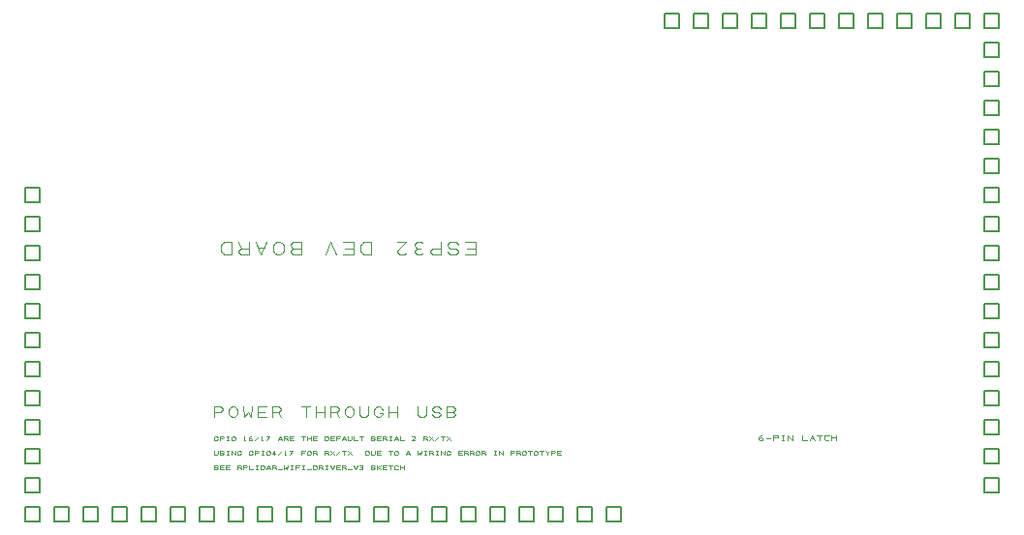
<source format=gbr>
G04 DesignSpark PCB Gerber Version 10.0 Build 5299*
G04 #@! TF.Part,Single*
G04 #@! TF.FileFunction,Other,ESP32_RPLIDAR_DRV_V0.2 - Top Documentation*
G04 #@! TF.FilePolarity,Positive*
%FSLAX35Y35*%
%MOIN*%
%ADD73C,0.00100*%
%ADD74C,0.00300*%
%ADD19C,0.00500*%
G04 #@! TD.AperFunction*
X0Y0D02*
D02*
D19*
X5250Y5250D02*
Y250D01*
X250D01*
Y5250D01*
X5250D01*
Y10250D02*
X250D01*
Y15250D01*
X5250D01*
Y10250D01*
Y20250D02*
X250D01*
Y25250D01*
X5250D01*
Y20250D01*
Y30250D02*
X250D01*
Y35250D01*
X5250D01*
Y30250D01*
Y45250D02*
Y40250D01*
X250D01*
Y45250D01*
X5250D01*
Y50250D02*
X250D01*
Y55250D01*
X5250D01*
Y50250D01*
Y60250D02*
X250D01*
Y65250D01*
X5250D01*
Y60250D01*
Y70250D02*
X250D01*
Y75250D01*
X5250D01*
Y70250D01*
Y85250D02*
Y80250D01*
X250D01*
Y85250D01*
X5250D01*
Y90250D02*
X250D01*
Y95250D01*
X5250D01*
Y90250D01*
Y100250D02*
X250D01*
Y105250D01*
X5250D01*
Y100250D01*
Y110250D02*
X250D01*
Y115250D01*
X5250D01*
Y110250D01*
X15250Y5250D02*
Y250D01*
X10250D01*
Y5250D01*
X15250D01*
X25250D02*
Y250D01*
X20250D01*
Y5250D01*
X25250D01*
X35250D02*
Y250D01*
X30250D01*
Y5250D01*
X35250D01*
X45250D02*
Y250D01*
X40250D01*
Y5250D01*
X45250D01*
X55250D02*
Y250D01*
X50250D01*
Y5250D01*
X55250D01*
X65250D02*
Y250D01*
X60250D01*
Y5250D01*
X65250D01*
X75250D02*
Y250D01*
X70250D01*
Y5250D01*
X75250D01*
X85250D02*
Y250D01*
X80250D01*
Y5250D01*
X85250D01*
X95250D02*
Y250D01*
X90250D01*
Y5250D01*
X95250D01*
X105250D02*
Y250D01*
X100250D01*
Y5250D01*
X105250D01*
X115250D02*
Y250D01*
X110250D01*
Y5250D01*
X115250D01*
X125250D02*
Y250D01*
X120250D01*
Y5250D01*
X125250D01*
X135250D02*
Y250D01*
X130250D01*
Y5250D01*
X135250D01*
X145250D02*
Y250D01*
X140250D01*
Y5250D01*
X145250D01*
X155250D02*
Y250D01*
X150250D01*
Y5250D01*
X155250D01*
X165250D02*
Y250D01*
X160250D01*
Y5250D01*
X165250D01*
X175250D02*
Y250D01*
X170250D01*
Y5250D01*
X175250D01*
X185250D02*
Y250D01*
X180250D01*
Y5250D01*
X185250D01*
X195250D02*
Y250D01*
X190250D01*
Y5250D01*
X195250D01*
X205250D02*
Y250D01*
X200250D01*
Y5250D01*
X205250D01*
X225250Y170250D02*
Y175250D01*
X220250D01*
Y170250D01*
X225250D01*
X235250D02*
Y175250D01*
X230250D01*
Y170250D01*
X235250D01*
X245250D02*
Y175250D01*
X240250D01*
Y170250D01*
X245250D01*
X250250D02*
X255250D01*
Y175250D01*
X250250D01*
Y170250D01*
X265250D02*
Y175250D01*
X260250D01*
Y170250D01*
X265250D01*
X275250D02*
Y175250D01*
X270250D01*
Y170250D01*
X275250D01*
X285250D02*
Y175250D01*
X280250D01*
Y170250D01*
X285250D01*
X290250D02*
X295250D01*
Y175250D01*
X290250D01*
Y170250D01*
X305250D02*
Y175250D01*
X300250D01*
Y170250D01*
X305250D01*
X315250D02*
Y175250D01*
X310250D01*
Y170250D01*
X315250D01*
X325250D02*
Y175250D01*
X320250D01*
Y170250D01*
X325250D01*
X330250Y10250D02*
X335250D01*
Y15250D01*
X330250D01*
Y10250D01*
Y20250D02*
X335250D01*
Y25250D01*
X330250D01*
Y20250D01*
Y30250D02*
X335250D01*
Y35250D01*
X330250D01*
Y30250D01*
Y40250D02*
X335250D01*
Y45250D01*
X330250D01*
Y40250D01*
Y50250D02*
X335250D01*
Y55250D01*
X330250D01*
Y50250D01*
Y60250D02*
X335250D01*
Y65250D01*
X330250D01*
Y60250D01*
Y70250D02*
X335250D01*
Y75250D01*
X330250D01*
Y70250D01*
Y80250D02*
X335250D01*
Y85250D01*
X330250D01*
Y80250D01*
Y90250D02*
X335250D01*
Y95250D01*
X330250D01*
Y90250D01*
Y100250D02*
X335250D01*
Y105250D01*
X330250D01*
Y100250D01*
Y110250D02*
X335250D01*
Y115250D01*
X330250D01*
Y110250D01*
Y120250D02*
X335250D01*
Y125250D01*
X330250D01*
Y120250D01*
Y130250D02*
X335250D01*
Y135250D01*
X330250D01*
Y130250D01*
Y140250D02*
X335250D01*
Y145250D01*
X330250D01*
Y140250D01*
Y150250D02*
X335250D01*
Y155250D01*
X330250D01*
Y150250D01*
Y160250D02*
X335250D01*
Y165250D01*
X330250D01*
Y160250D01*
Y170250D02*
X335250D01*
Y175250D01*
X330250D01*
Y170250D01*
D02*
D73*
X155250Y96625D02*
Y92125D01*
X151500D01*
X152250Y94375D02*
X155250D01*
Y96625D02*
X151500D01*
X149250Y95500D02*
X148875Y96250D01*
X148125Y96625D01*
X146625D01*
X145875Y96250D01*
X145500Y95500D01*
X145875Y94750D01*
X146625Y94375D01*
X148125D01*
X148875Y94000D01*
X149250Y93250D01*
X148875Y92500D01*
X148125Y92125D01*
X146625D01*
X145875Y92500D01*
X145500Y93250D01*
X143250Y96625D02*
Y92125D01*
X140625D01*
X139875Y92500D01*
X139500Y93250D01*
X139875Y94000D01*
X140625Y94375D01*
X143250D01*
X136875Y96250D02*
X136125Y96625D01*
X135375D01*
X134625Y96250D01*
X134250Y95500D01*
X134625Y94750D01*
X135375Y94375D01*
X136125D01*
X135375D02*
X134625Y94000D01*
X134250Y93250D01*
X134625Y92500D01*
X135375Y92125D01*
X136125D01*
X136875Y92500D01*
X128250Y96625D02*
X131250D01*
X128625Y94000D01*
X128250Y93250D01*
X128625Y92500D01*
X129375Y92125D01*
X130500D01*
X131250Y92500D01*
X119250Y96625D02*
Y92125D01*
X117000D01*
X116250Y92500D01*
X115875Y92875D01*
X115500Y93625D01*
Y95125D01*
X115875Y95875D01*
X116250Y96250D01*
X117000Y96625D01*
X119250D01*
X113250D02*
Y92125D01*
X109500D01*
X110250Y94375D02*
X113250D01*
Y96625D02*
X109500D01*
X107250Y92125D02*
X105375Y96625D01*
X103500Y92125D01*
X92625Y94375D02*
X91875Y94750D01*
X91500Y95500D01*
X91875Y96250D01*
X92625Y96625D01*
X95250D01*
Y92125D01*
X92625D01*
X91875Y92500D01*
X91500Y93250D01*
X91875Y94000D01*
X92625Y94375D01*
X95250D01*
X89250Y95125D02*
Y93625D01*
X88875Y92875D01*
X88500Y92500D01*
X87750Y92125D01*
X87000D01*
X86250Y92500D01*
X85875Y92875D01*
X85500Y93625D01*
Y95125D01*
X85875Y95875D01*
X86250Y96250D01*
X87000Y96625D01*
X87750D01*
X88500Y96250D01*
X88875Y95875D01*
X89250Y95125D01*
X83250Y96625D02*
X81375Y92125D01*
X79500Y96625D01*
X82500Y94750D02*
X80250D01*
X77250Y96625D02*
Y92125D01*
X74625D01*
X73875Y92500D01*
X73500Y93250D01*
X73875Y94000D01*
X74625Y94375D01*
X77250D01*
X74625D02*
X73500Y96625D01*
X71250D02*
Y92125D01*
X69000D01*
X68250Y92500D01*
X67875Y92875D01*
X67500Y93625D01*
Y95125D01*
X67875Y95875D01*
X68250Y96250D01*
X69000Y96625D01*
X71250D01*
X252750Y28687D02*
X252906Y29000D01*
X253219Y29156D01*
X253531D01*
X253844Y29000D01*
X254000Y28687D01*
X253844Y28375D01*
X253531Y28219D01*
X253219D01*
X252906Y28375D01*
X252750Y28687D01*
Y29156D01*
X252906Y29625D01*
X253219Y29937D01*
X253531Y30094D01*
X255250Y28844D02*
X256500D01*
X257750Y28219D02*
Y30094D01*
X258844D01*
X259156Y29937D01*
X259313Y29625D01*
X259156Y29313D01*
X258844Y29156D01*
X257750D01*
X260719Y28219D02*
X261344D01*
X261031D02*
Y30094D01*
X260719D02*
X261344D01*
X262750Y28219D02*
Y30094D01*
X264313Y28219D01*
Y30094D01*
X267750D02*
Y28219D01*
X269313D01*
X270250D02*
X271031Y30094D01*
X271813Y28219D01*
X270563Y29000D02*
X271500D01*
X273531Y28219D02*
Y30094D01*
X272750D02*
X274313D01*
X276813Y28531D02*
X276656Y28375D01*
X276344Y28219D01*
X275875D01*
X275563Y28375D01*
X275406Y28531D01*
X275250Y28844D01*
Y29469D01*
X275406Y29781D01*
X275563Y29937D01*
X275875Y30094D01*
X276344D01*
X276656Y29937D01*
X276813Y29781D01*
X277750Y28219D02*
Y30094D01*
Y29156D02*
X279313D01*
Y28219D02*
Y30094D01*
D02*
D74*
X65250Y18500D02*
X65375Y18250D01*
X65625Y18125D01*
X66125D01*
X66375Y18250D01*
X66500Y18500D01*
X66375Y18750D01*
X66125Y18875D01*
X65625D01*
X65375Y19000D01*
X65250Y19250D01*
X65375Y19500D01*
X65625Y19625D01*
X66125D01*
X66375Y19500D01*
X66500Y19250D01*
X67250Y18125D02*
Y19625D01*
X68500D01*
X68250Y18875D02*
X67250D01*
Y18125D02*
X68500D01*
X69250D02*
Y19625D01*
X70500D01*
X70250Y18875D02*
X69250D01*
Y18125D02*
X70500D01*
X73250D02*
Y19625D01*
X74125D01*
X74375Y19500D01*
X74500Y19250D01*
X74375Y19000D01*
X74125Y18875D01*
X73250D01*
X74125D02*
X74500Y18125D01*
X75250D02*
Y19625D01*
X76125D01*
X76375Y19500D01*
X76500Y19250D01*
X76375Y19000D01*
X76125Y18875D01*
X75250D01*
X77250Y19625D02*
Y18125D01*
X78500D01*
X79625D02*
X80125D01*
X79875D02*
Y19625D01*
X79625D02*
X80125D01*
X81250Y18125D02*
Y19625D01*
X82000D01*
X82250Y19500D01*
X82375Y19375D01*
X82500Y19125D01*
Y18625D01*
X82375Y18375D01*
X82250Y18250D01*
X82000Y18125D01*
X81250D01*
X83250D02*
X83875Y19625D01*
X84500Y18125D01*
X83500Y18750D02*
X84250D01*
X85250Y18125D02*
Y19625D01*
X86125D01*
X86375Y19500D01*
X86500Y19250D01*
X86375Y19000D01*
X86125Y18875D01*
X85250D01*
X86125D02*
X86500Y18125D01*
X87250D02*
X88500D01*
X89250Y19625D02*
X89375Y18125D01*
X89875Y18875D01*
X90375Y18125D01*
X90500Y19625D01*
X91625Y18125D02*
X92125D01*
X91875D02*
Y19625D01*
X91625D02*
X92125D01*
X93250Y18125D02*
Y19625D01*
X94500D01*
X94250Y18875D02*
X93250D01*
X95625Y18125D02*
X96125D01*
X95875D02*
Y19625D01*
X95625D02*
X96125D01*
X97250Y18125D02*
X98500D01*
X99250D02*
Y19625D01*
X100000D01*
X100250Y19500D01*
X100375Y19375D01*
X100500Y19125D01*
Y18625D01*
X100375Y18375D01*
X100250Y18250D01*
X100000Y18125D01*
X99250D01*
X101250D02*
Y19625D01*
X102125D01*
X102375Y19500D01*
X102500Y19250D01*
X102375Y19000D01*
X102125Y18875D01*
X101250D01*
X102125D02*
X102500Y18125D01*
X103625D02*
X104125D01*
X103875D02*
Y19625D01*
X103625D02*
X104125D01*
X105250D02*
X105875Y18125D01*
X106500Y19625D01*
X107250Y18125D02*
Y19625D01*
X108500D01*
X108250Y18875D02*
X107250D01*
Y18125D02*
X108500D01*
X109250D02*
Y19625D01*
X110125D01*
X110375Y19500D01*
X110500Y19250D01*
X110375Y19000D01*
X110125Y18875D01*
X109250D01*
X110125D02*
X110500Y18125D01*
X111250D02*
X112500D01*
X113250Y19625D02*
X113875Y18125D01*
X114500Y19625D01*
X115375Y18250D02*
X115625Y18125D01*
X115875D01*
X116125Y18250D01*
X116250Y18500D01*
X116125Y18750D01*
X115875Y18875D01*
X115625D01*
X115875D02*
X116125Y19000D01*
X116250Y19250D01*
X116125Y19500D01*
X115875Y19625D01*
X115625D01*
X115375Y19500D01*
X119250Y18500D02*
X119375Y18250D01*
X119625Y18125D01*
X120125D01*
X120375Y18250D01*
X120500Y18500D01*
X120375Y18750D01*
X120125Y18875D01*
X119625D01*
X119375Y19000D01*
X119250Y19250D01*
X119375Y19500D01*
X119625Y19625D01*
X120125D01*
X120375Y19500D01*
X120500Y19250D01*
X121250Y18125D02*
Y19625D01*
Y18875D02*
X121625D01*
X122500Y19625D01*
X121625Y18875D02*
X122500Y18125D01*
X123250D02*
Y19625D01*
X124500D01*
X124250Y18875D02*
X123250D01*
Y18125D02*
X124500D01*
X125875D02*
Y19625D01*
X125250D02*
X126500D01*
X128500Y18375D02*
X128375Y18250D01*
X128125Y18125D01*
X127750D01*
X127500Y18250D01*
X127375Y18375D01*
X127250Y18625D01*
Y19125D01*
X127375Y19375D01*
X127500Y19500D01*
X127750Y19625D01*
X128125D01*
X128375Y19500D01*
X128500Y19375D01*
X129250Y18125D02*
Y19625D01*
Y18875D02*
X130500D01*
Y18125D02*
Y19625D01*
X65250Y24625D02*
Y23500D01*
X65375Y23250D01*
X65625Y23125D01*
X66125D01*
X66375Y23250D01*
X66500Y23500D01*
Y24625D01*
X67250Y23500D02*
X67375Y23250D01*
X67625Y23125D01*
X68125D01*
X68375Y23250D01*
X68500Y23500D01*
X68375Y23750D01*
X68125Y23875D01*
X67625D01*
X67375Y24000D01*
X67250Y24250D01*
X67375Y24500D01*
X67625Y24625D01*
X68125D01*
X68375Y24500D01*
X68500Y24250D01*
X69625Y23125D02*
X70125D01*
X69875D02*
Y24625D01*
X69625D02*
X70125D01*
X71250Y23125D02*
Y24625D01*
X72500Y23125D01*
Y24625D01*
X74125Y23750D02*
X74500D01*
Y23625D01*
X74375Y23375D01*
X74250Y23250D01*
X74000Y23125D01*
X73750D01*
X73500Y23250D01*
X73375Y23375D01*
X73250Y23625D01*
Y24125D01*
X73375Y24375D01*
X73500Y24500D01*
X73750Y24625D01*
X74000D01*
X74250Y24500D01*
X74375Y24375D01*
X74500Y24125D01*
X78125Y23750D02*
X78500D01*
Y23625D01*
X78375Y23375D01*
X78250Y23250D01*
X78000Y23125D01*
X77750D01*
X77500Y23250D01*
X77375Y23375D01*
X77250Y23625D01*
Y24125D01*
X77375Y24375D01*
X77500Y24500D01*
X77750Y24625D01*
X78000D01*
X78250Y24500D01*
X78375Y24375D01*
X78500Y24125D01*
X79250Y23125D02*
Y24625D01*
X80125D01*
X80375Y24500D01*
X80500Y24250D01*
X80375Y24000D01*
X80125Y23875D01*
X79250D01*
X81625Y23125D02*
X82125D01*
X81875D02*
Y24625D01*
X81625D02*
X82125D01*
X83250Y23625D02*
Y24125D01*
X83375Y24375D01*
X83500Y24500D01*
X83750Y24625D01*
X84000D01*
X84250Y24500D01*
X84375Y24375D01*
X84500Y24125D01*
Y23625D01*
X84375Y23375D01*
X84250Y23250D01*
X84000Y23125D01*
X83750D01*
X83500Y23250D01*
X83375Y23375D01*
X83250Y23625D01*
X85875Y23125D02*
Y24625D01*
X85250Y23625D01*
X86250D01*
X87250Y23125D02*
X88500Y24625D01*
X89500Y23125D02*
X90000D01*
X89750D02*
Y24625D01*
X89500Y24375D01*
X91250Y23125D02*
X92250Y24625D01*
X91250D01*
X95250Y23125D02*
Y24625D01*
X96500D01*
X96250Y23875D02*
X95250D01*
X97250Y23625D02*
Y24125D01*
X97375Y24375D01*
X97500Y24500D01*
X97750Y24625D01*
X98000D01*
X98250Y24500D01*
X98375Y24375D01*
X98500Y24125D01*
Y23625D01*
X98375Y23375D01*
X98250Y23250D01*
X98000Y23125D01*
X97750D01*
X97500Y23250D01*
X97375Y23375D01*
X97250Y23625D01*
X99250Y23125D02*
Y24625D01*
X100125D01*
X100375Y24500D01*
X100500Y24250D01*
X100375Y24000D01*
X100125Y23875D01*
X99250D01*
X100125D02*
X100500Y23125D01*
X103250D02*
Y24625D01*
X104125D01*
X104375Y24500D01*
X104500Y24250D01*
X104375Y24000D01*
X104125Y23875D01*
X103250D01*
X104125D02*
X104500Y23125D01*
X105250D02*
X106500Y24625D01*
X105250D02*
X106500Y23125D01*
X107250D02*
X108500Y24625D01*
X109875Y23125D02*
Y24625D01*
X109250D02*
X110500D01*
X111250Y23125D02*
X112500Y24625D01*
X111250D02*
X112500Y23125D01*
X117250D02*
Y24625D01*
X118000D01*
X118250Y24500D01*
X118375Y24375D01*
X118500Y24125D01*
Y23625D01*
X118375Y23375D01*
X118250Y23250D01*
X118000Y23125D01*
X117250D01*
X119250Y24625D02*
Y23500D01*
X119375Y23250D01*
X119625Y23125D01*
X120125D01*
X120375Y23250D01*
X120500Y23500D01*
Y24625D01*
X121250Y23125D02*
Y24625D01*
X122500D01*
X122250Y23875D02*
X121250D01*
Y23125D02*
X122500D01*
X125875D02*
Y24625D01*
X125250D02*
X126500D01*
X127250Y23625D02*
Y24125D01*
X127375Y24375D01*
X127500Y24500D01*
X127750Y24625D01*
X128000D01*
X128250Y24500D01*
X128375Y24375D01*
X128500Y24125D01*
Y23625D01*
X128375Y23375D01*
X128250Y23250D01*
X128000Y23125D01*
X127750D01*
X127500Y23250D01*
X127375Y23375D01*
X127250Y23625D01*
X131250Y23125D02*
X131875Y24625D01*
X132500Y23125D01*
X131500Y23750D02*
X132250D01*
X135250Y24625D02*
X135375Y23125D01*
X135875Y23875D01*
X136375Y23125D01*
X136500Y24625D01*
X137625Y23125D02*
X138125D01*
X137875D02*
Y24625D01*
X137625D02*
X138125D01*
X139250Y23125D02*
Y24625D01*
X140125D01*
X140375Y24500D01*
X140500Y24250D01*
X140375Y24000D01*
X140125Y23875D01*
X139250D01*
X140125D02*
X140500Y23125D01*
X141625D02*
X142125D01*
X141875D02*
Y24625D01*
X141625D02*
X142125D01*
X143250Y23125D02*
Y24625D01*
X144500Y23125D01*
Y24625D01*
X146125Y23750D02*
X146500D01*
Y23625D01*
X146375Y23375D01*
X146250Y23250D01*
X146000Y23125D01*
X145750D01*
X145500Y23250D01*
X145375Y23375D01*
X145250Y23625D01*
Y24125D01*
X145375Y24375D01*
X145500Y24500D01*
X145750Y24625D01*
X146000D01*
X146250Y24500D01*
X146375Y24375D01*
X146500Y24125D01*
X149250Y23125D02*
Y24625D01*
X150500D01*
X150250Y23875D02*
X149250D01*
Y23125D02*
X150500D01*
X151250D02*
Y24625D01*
X152125D01*
X152375Y24500D01*
X152500Y24250D01*
X152375Y24000D01*
X152125Y23875D01*
X151250D01*
X152125D02*
X152500Y23125D01*
X153250D02*
Y24625D01*
X154125D01*
X154375Y24500D01*
X154500Y24250D01*
X154375Y24000D01*
X154125Y23875D01*
X153250D01*
X154125D02*
X154500Y23125D01*
X155250Y23625D02*
Y24125D01*
X155375Y24375D01*
X155500Y24500D01*
X155750Y24625D01*
X156000D01*
X156250Y24500D01*
X156375Y24375D01*
X156500Y24125D01*
Y23625D01*
X156375Y23375D01*
X156250Y23250D01*
X156000Y23125D01*
X155750D01*
X155500Y23250D01*
X155375Y23375D01*
X155250Y23625D01*
X157250Y23125D02*
Y24625D01*
X158125D01*
X158375Y24500D01*
X158500Y24250D01*
X158375Y24000D01*
X158125Y23875D01*
X157250D01*
X158125D02*
X158500Y23125D01*
X161625D02*
X162125D01*
X161875D02*
Y24625D01*
X161625D02*
X162125D01*
X163250Y23125D02*
Y24625D01*
X164500Y23125D01*
Y24625D01*
X167250Y23125D02*
Y24625D01*
X168125D01*
X168375Y24500D01*
X168500Y24250D01*
X168375Y24000D01*
X168125Y23875D01*
X167250D01*
X169250Y23125D02*
Y24625D01*
X170125D01*
X170375Y24500D01*
X170500Y24250D01*
X170375Y24000D01*
X170125Y23875D01*
X169250D01*
X170125D02*
X170500Y23125D01*
X171250Y23625D02*
Y24125D01*
X171375Y24375D01*
X171500Y24500D01*
X171750Y24625D01*
X172000D01*
X172250Y24500D01*
X172375Y24375D01*
X172500Y24125D01*
Y23625D01*
X172375Y23375D01*
X172250Y23250D01*
X172000Y23125D01*
X171750D01*
X171500Y23250D01*
X171375Y23375D01*
X171250Y23625D01*
X173875Y23125D02*
Y24625D01*
X173250D02*
X174500D01*
X175250Y23625D02*
Y24125D01*
X175375Y24375D01*
X175500Y24500D01*
X175750Y24625D01*
X176000D01*
X176250Y24500D01*
X176375Y24375D01*
X176500Y24125D01*
Y23625D01*
X176375Y23375D01*
X176250Y23250D01*
X176000Y23125D01*
X175750D01*
X175500Y23250D01*
X175375Y23375D01*
X175250Y23625D01*
X177875Y23125D02*
Y24625D01*
X177250D02*
X178500D01*
X179875Y23125D02*
Y23875D01*
X179250Y24625D01*
X179875Y23875D02*
X180500Y24625D01*
X181250Y23125D02*
Y24625D01*
X182125D01*
X182375Y24500D01*
X182500Y24250D01*
X182375Y24000D01*
X182125Y23875D01*
X181250D01*
X183250Y23125D02*
Y24625D01*
X184500D01*
X184250Y23875D02*
X183250D01*
Y23125D02*
X184500D01*
X66125Y28750D02*
X66500D01*
Y28625D01*
X66375Y28375D01*
X66250Y28250D01*
X66000Y28125D01*
X65750D01*
X65500Y28250D01*
X65375Y28375D01*
X65250Y28625D01*
Y29125D01*
X65375Y29375D01*
X65500Y29500D01*
X65750Y29625D01*
X66000D01*
X66250Y29500D01*
X66375Y29375D01*
X66500Y29125D01*
X67250Y28125D02*
Y29625D01*
X68125D01*
X68375Y29500D01*
X68500Y29250D01*
X68375Y29000D01*
X68125Y28875D01*
X67250D01*
X69625Y28125D02*
X70125D01*
X69875D02*
Y29625D01*
X69625D02*
X70125D01*
X71250Y28625D02*
Y29125D01*
X71375Y29375D01*
X71500Y29500D01*
X71750Y29625D01*
X72000D01*
X72250Y29500D01*
X72375Y29375D01*
X72500Y29125D01*
Y28625D01*
X72375Y28375D01*
X72250Y28250D01*
X72000Y28125D01*
X71750D01*
X71500Y28250D01*
X71375Y28375D01*
X71250Y28625D01*
X75500Y28125D02*
X76000D01*
X75750D02*
Y29625D01*
X75500Y29375D01*
X77250Y28500D02*
X77375Y28750D01*
X77625Y28875D01*
X77875D01*
X78125Y28750D01*
X78250Y28500D01*
X78125Y28250D01*
X77875Y28125D01*
X77625D01*
X77375Y28250D01*
X77250Y28500D01*
Y28875D01*
X77375Y29250D01*
X77625Y29500D01*
X77875Y29625D01*
X79250Y28125D02*
X80500Y29625D01*
X81500Y28125D02*
X82000D01*
X81750D02*
Y29625D01*
X81500Y29375D01*
X83250Y28125D02*
X84250Y29625D01*
X83250D01*
X87250Y28125D02*
X87875Y29625D01*
X88500Y28125D01*
X87500Y28750D02*
X88250D01*
X89250Y28125D02*
Y29625D01*
X90125D01*
X90375Y29500D01*
X90500Y29250D01*
X90375Y29000D01*
X90125Y28875D01*
X89250D01*
X90125D02*
X90500Y28125D01*
X91250D02*
Y29625D01*
X92500D01*
X92250Y28875D02*
X91250D01*
Y28125D02*
X92500D01*
X95875D02*
Y29625D01*
X95250D02*
X96500D01*
X97250Y28125D02*
Y29625D01*
Y28875D02*
X98500D01*
Y28125D02*
Y29625D01*
X99250Y28125D02*
Y29625D01*
X100500D01*
X100250Y28875D02*
X99250D01*
Y28125D02*
X100500D01*
X103250D02*
Y29625D01*
X104000D01*
X104250Y29500D01*
X104375Y29375D01*
X104500Y29125D01*
Y28625D01*
X104375Y28375D01*
X104250Y28250D01*
X104000Y28125D01*
X103250D01*
X105250D02*
Y29625D01*
X106500D01*
X106250Y28875D02*
X105250D01*
Y28125D02*
X106500D01*
X107250D02*
Y29625D01*
X108500D01*
X108250Y28875D02*
X107250D01*
X109250Y28125D02*
X109875Y29625D01*
X110500Y28125D01*
X109500Y28750D02*
X110250D01*
X111250Y29625D02*
Y28500D01*
X111375Y28250D01*
X111625Y28125D01*
X112125D01*
X112375Y28250D01*
X112500Y28500D01*
Y29625D01*
X113250D02*
Y28125D01*
X114500D01*
X115875D02*
Y29625D01*
X115250D02*
X116500D01*
X119250Y28500D02*
X119375Y28250D01*
X119625Y28125D01*
X120125D01*
X120375Y28250D01*
X120500Y28500D01*
X120375Y28750D01*
X120125Y28875D01*
X119625D01*
X119375Y29000D01*
X119250Y29250D01*
X119375Y29500D01*
X119625Y29625D01*
X120125D01*
X120375Y29500D01*
X120500Y29250D01*
X121250Y28125D02*
Y29625D01*
X122500D01*
X122250Y28875D02*
X121250D01*
Y28125D02*
X122500D01*
X123250D02*
Y29625D01*
X124125D01*
X124375Y29500D01*
X124500Y29250D01*
X124375Y29000D01*
X124125Y28875D01*
X123250D01*
X124125D02*
X124500Y28125D01*
X125625D02*
X126125D01*
X125875D02*
Y29625D01*
X125625D02*
X126125D01*
X127250Y28125D02*
X127875Y29625D01*
X128500Y28125D01*
X127500Y28750D02*
X128250D01*
X129250Y29625D02*
Y28125D01*
X130500D01*
X134250D02*
X133250D01*
X134125Y29000D01*
X134250Y29250D01*
X134125Y29500D01*
X133875Y29625D01*
X133500D01*
X133250Y29500D01*
X137250Y28125D02*
Y29625D01*
X138125D01*
X138375Y29500D01*
X138500Y29250D01*
X138375Y29000D01*
X138125Y28875D01*
X137250D01*
X138125D02*
X138500Y28125D01*
X139250D02*
X140500Y29625D01*
X139250D02*
X140500Y28125D01*
X141250D02*
X142500Y29625D01*
X143875Y28125D02*
Y29625D01*
X143250D02*
X144500D01*
X145250Y28125D02*
X146500Y29625D01*
X145250D02*
X146500Y28125D01*
X65250Y36187D02*
Y39937D01*
X67437D01*
X68063Y39625D01*
X68375Y39000D01*
X68063Y38375D01*
X67437Y38063D01*
X65250D01*
X70250Y37437D02*
Y38687D01*
X70563Y39313D01*
X70875Y39625D01*
X71500Y39937D01*
X72125D01*
X72750Y39625D01*
X73063Y39313D01*
X73375Y38687D01*
Y37437D01*
X73063Y36813D01*
X72750Y36500D01*
X72125Y36187D01*
X71500D01*
X70875Y36500D01*
X70563Y36813D01*
X70250Y37437D01*
X75250Y39937D02*
X75563Y36187D01*
X76813Y38063D01*
X78063Y36187D01*
X78375Y39937D01*
X80250Y36187D02*
Y39937D01*
X83375D01*
X82750Y38063D02*
X80250D01*
Y36187D02*
X83375D01*
X85250D02*
Y39937D01*
X87437D01*
X88063Y39625D01*
X88375Y39000D01*
X88063Y38375D01*
X87437Y38063D01*
X85250D01*
X87437D02*
X88375Y36187D01*
X96813D02*
Y39937D01*
X95250D02*
X98375D01*
X100250Y36187D02*
Y39937D01*
Y38063D02*
X103375D01*
Y36187D02*
Y39937D01*
X105250Y36187D02*
Y39937D01*
X107437D01*
X108063Y39625D01*
X108375Y39000D01*
X108063Y38375D01*
X107437Y38063D01*
X105250D01*
X107437D02*
X108375Y36187D01*
X110250Y37437D02*
Y38687D01*
X110563Y39313D01*
X110875Y39625D01*
X111500Y39937D01*
X112125D01*
X112750Y39625D01*
X113063Y39313D01*
X113375Y38687D01*
Y37437D01*
X113063Y36813D01*
X112750Y36500D01*
X112125Y36187D01*
X111500D01*
X110875Y36500D01*
X110563Y36813D01*
X110250Y37437D01*
X115250Y39937D02*
Y37125D01*
X115563Y36500D01*
X116187Y36187D01*
X117437D01*
X118063Y36500D01*
X118375Y37125D01*
Y39937D01*
X122437Y37750D02*
X123375D01*
Y37437D01*
X123063Y36813D01*
X122750Y36500D01*
X122125Y36187D01*
X121500D01*
X120875Y36500D01*
X120563Y36813D01*
X120250Y37437D01*
Y38687D01*
X120563Y39313D01*
X120875Y39625D01*
X121500Y39937D01*
X122125D01*
X122750Y39625D01*
X123063Y39313D01*
X123375Y38687D01*
X125250Y36187D02*
Y39937D01*
Y38063D02*
X128375D01*
Y36187D02*
Y39937D01*
X135250D02*
Y37125D01*
X135563Y36500D01*
X136187Y36187D01*
X137437D01*
X138063Y36500D01*
X138375Y37125D01*
Y39937D01*
X140250Y37125D02*
X140563Y36500D01*
X141187Y36187D01*
X142437D01*
X143063Y36500D01*
X143375Y37125D01*
X143063Y37750D01*
X142437Y38063D01*
X141187D01*
X140563Y38375D01*
X140250Y39000D01*
X140563Y39625D01*
X141187Y39937D01*
X142437D01*
X143063Y39625D01*
X143375Y39000D01*
X147437Y38063D02*
X148063Y37750D01*
X148375Y37125D01*
X148063Y36500D01*
X147437Y36187D01*
X145250D01*
Y39937D01*
X147437D01*
X148063Y39625D01*
X148375Y39000D01*
X148063Y38375D01*
X147437Y38063D01*
X145250D01*
X0Y0D02*
M02*

</source>
